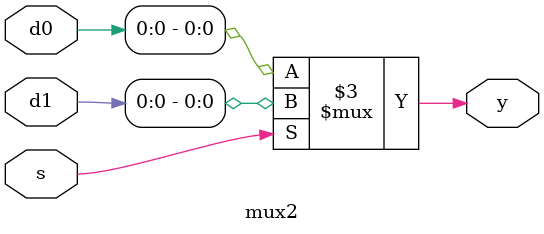
<source format=sv>
module mux4 #(parameter N = 16) 
             (input logic [1:0] s,
              input logic [N-1:0] d0, d1, d2, d3,
              output logic [N-1:0] y);
    always_comb begin : select
        case (s)
            0: y = d0;
            1: y = d1;
            2: y = d2;
            3: y = d3;
            default: y = 'bx;
        endcase
    end
endmodule

module mux2 #(parameter N = 8) 
             (input logic s,
              input logic [N-1:0] d0, d1,
              output logic y);
    always_comb begin : select
        if (s)
            y = d1;
        else
            y = d0;
    end
endmodule

</source>
